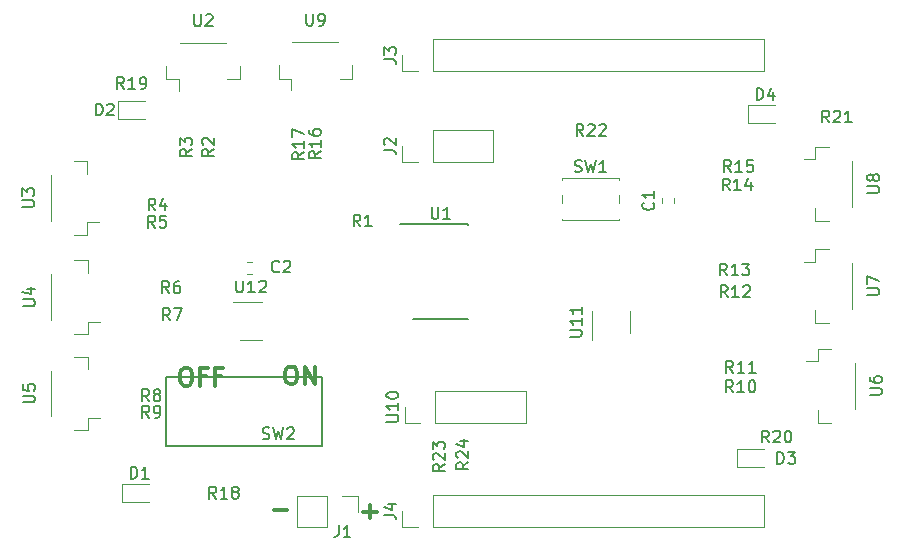
<source format=gbr>
G04 #@! TF.GenerationSoftware,KiCad,Pcbnew,5.0.0-rc2-dev-unknown-e0e0687~62~ubuntu16.04.1*
G04 #@! TF.CreationDate,2018-03-18T12:22:30+01:00*
G04 #@! TF.ProjectId,GhostSensorBoard,47686F737453656E736F72426F617264,rev?*
G04 #@! TF.SameCoordinates,Original*
G04 #@! TF.FileFunction,Legend,Top*
G04 #@! TF.FilePolarity,Positive*
%FSLAX46Y46*%
G04 Gerber Fmt 4.6, Leading zero omitted, Abs format (unit mm)*
G04 Created by KiCad (PCBNEW 5.0.0-rc2-dev-unknown-e0e0687~62~ubuntu16.04.1) date Sun Mar 18 12:22:30 2018*
%MOMM*%
%LPD*%
G01*
G04 APERTURE LIST*
%ADD10C,0.300000*%
%ADD11C,0.120000*%
%ADD12C,0.150000*%
G04 APERTURE END LIST*
D10*
X138778571Y-118957142D02*
X139921428Y-118957142D01*
X146378571Y-119057142D02*
X147521428Y-119057142D01*
X146950000Y-119628571D02*
X146950000Y-118485714D01*
X131221428Y-106878571D02*
X131507142Y-106878571D01*
X131650000Y-106950000D01*
X131792857Y-107092857D01*
X131864285Y-107378571D01*
X131864285Y-107878571D01*
X131792857Y-108164285D01*
X131650000Y-108307142D01*
X131507142Y-108378571D01*
X131221428Y-108378571D01*
X131078571Y-108307142D01*
X130935714Y-108164285D01*
X130864285Y-107878571D01*
X130864285Y-107378571D01*
X130935714Y-107092857D01*
X131078571Y-106950000D01*
X131221428Y-106878571D01*
X133007142Y-107592857D02*
X132507142Y-107592857D01*
X132507142Y-108378571D02*
X132507142Y-106878571D01*
X133221428Y-106878571D01*
X134292857Y-107592857D02*
X133792857Y-107592857D01*
X133792857Y-108378571D02*
X133792857Y-106878571D01*
X134507142Y-106878571D01*
X140121428Y-106778571D02*
X140407142Y-106778571D01*
X140550000Y-106850000D01*
X140692857Y-106992857D01*
X140764285Y-107278571D01*
X140764285Y-107778571D01*
X140692857Y-108064285D01*
X140550000Y-108207142D01*
X140407142Y-108278571D01*
X140121428Y-108278571D01*
X139978571Y-108207142D01*
X139835714Y-108064285D01*
X139764285Y-107778571D01*
X139764285Y-107278571D01*
X139835714Y-106992857D01*
X139978571Y-106850000D01*
X140121428Y-106778571D01*
X141407142Y-108278571D02*
X141407142Y-106778571D01*
X142264285Y-108278571D01*
X142264285Y-106778571D01*
D11*
X171690000Y-92945000D02*
X171690000Y-92505000D01*
X172710000Y-92945000D02*
X172710000Y-92505000D01*
X136970000Y-97890000D02*
X136530000Y-97890000D01*
X136970000Y-98910000D02*
X136530000Y-98910000D01*
X125930000Y-118210000D02*
X128200000Y-118210000D01*
X125930000Y-116690000D02*
X125930000Y-118210000D01*
X128200000Y-116690000D02*
X125930000Y-116690000D01*
X127875000Y-84290000D02*
X125605000Y-84290000D01*
X125605000Y-84290000D02*
X125605000Y-85810000D01*
X125605000Y-85810000D02*
X127875000Y-85810000D01*
X178030000Y-115260000D02*
X180300000Y-115260000D01*
X178030000Y-113740000D02*
X178030000Y-115260000D01*
X180300000Y-113740000D02*
X178030000Y-113740000D01*
X181200000Y-84640000D02*
X178930000Y-84640000D01*
X178930000Y-84640000D02*
X178930000Y-86160000D01*
X178930000Y-86160000D02*
X181200000Y-86160000D01*
X140730000Y-117720000D02*
X140730000Y-120380000D01*
X143330000Y-117720000D02*
X140730000Y-117720000D01*
X143330000Y-120380000D02*
X140730000Y-120380000D01*
X143330000Y-117720000D02*
X143330000Y-120380000D01*
X144600000Y-117720000D02*
X145930000Y-117720000D01*
X145930000Y-117720000D02*
X145930000Y-119050000D01*
X157380000Y-89430000D02*
X157380000Y-86770000D01*
X152240000Y-89430000D02*
X157380000Y-89430000D01*
X152240000Y-86770000D02*
X157380000Y-86770000D01*
X152240000Y-89430000D02*
X152240000Y-86770000D01*
X150970000Y-89430000D02*
X149640000Y-89430000D01*
X149640000Y-89430000D02*
X149640000Y-88100000D01*
X180280000Y-81730000D02*
X180280000Y-79070000D01*
X152280000Y-81730000D02*
X180280000Y-81730000D01*
X152280000Y-79070000D02*
X180280000Y-79070000D01*
X152280000Y-81730000D02*
X152280000Y-79070000D01*
X151010000Y-81730000D02*
X149680000Y-81730000D01*
X149680000Y-81730000D02*
X149680000Y-80400000D01*
X149680000Y-120330000D02*
X149680000Y-119000000D01*
X151010000Y-120330000D02*
X149680000Y-120330000D01*
X152280000Y-120330000D02*
X152280000Y-117670000D01*
X152280000Y-117670000D02*
X180280000Y-117670000D01*
X152280000Y-120330000D02*
X180280000Y-120330000D01*
X180280000Y-120330000D02*
X180280000Y-117670000D01*
X168050000Y-90850000D02*
X168050000Y-90950000D01*
X168050000Y-94350000D02*
X168050000Y-94250000D01*
X163150000Y-94250000D02*
X163150000Y-94350000D01*
X163150000Y-90850000D02*
X163150000Y-90950000D01*
X163150000Y-92250000D02*
X163150000Y-92950000D01*
X168050000Y-92250000D02*
X168050000Y-92950000D01*
X168050000Y-90850000D02*
X163150000Y-90850000D01*
X163150000Y-94350000D02*
X168050000Y-94350000D01*
D12*
X142875400Y-107956800D02*
X142875400Y-107956800D01*
X142875400Y-107677400D02*
X142875400Y-107956800D01*
X129692800Y-113468600D02*
X129692800Y-113468600D01*
X129692800Y-107677400D02*
X129692800Y-113468600D01*
X129692800Y-113265400D02*
X129692800Y-113265400D01*
X129692800Y-113468600D02*
X129692800Y-113265400D01*
X142875400Y-113468600D02*
X142875400Y-113062200D01*
X142875400Y-113468600D02*
X142875400Y-113468600D01*
X129692800Y-113468600D02*
X142875400Y-113468600D01*
X142875400Y-107677400D02*
X142875400Y-107677400D01*
X129692800Y-107677400D02*
X142875400Y-107677400D01*
X129692800Y-113290800D02*
X129692800Y-107931400D01*
X142875400Y-107906000D02*
X142875400Y-113290800D01*
X155225000Y-94725000D02*
X155225000Y-94750000D01*
X155225000Y-102775000D02*
X155225000Y-102750000D01*
X150575000Y-102775000D02*
X150575000Y-102750000D01*
X149500000Y-94675000D02*
X155225000Y-94675000D01*
X150575000Y-102775000D02*
X155225000Y-102775000D01*
D11*
X130860000Y-79340000D02*
X134740000Y-79340000D01*
X135910000Y-82460000D02*
X134860000Y-82460000D01*
X135910000Y-81310000D02*
X135910000Y-82460000D01*
X130740000Y-82460000D02*
X130740000Y-83450000D01*
X129690000Y-82460000D02*
X130740000Y-82460000D01*
X129690000Y-81310000D02*
X129690000Y-82460000D01*
X121860000Y-95610000D02*
X123010000Y-95610000D01*
X123010000Y-95610000D02*
X123010000Y-94560000D01*
X123010000Y-94560000D02*
X124000000Y-94560000D01*
X121860000Y-89390000D02*
X123010000Y-89390000D01*
X123010000Y-89390000D02*
X123010000Y-90440000D01*
X119890000Y-94440000D02*
X119890000Y-90560000D01*
X119940000Y-102840000D02*
X119940000Y-98960000D01*
X123060000Y-97790000D02*
X123060000Y-98840000D01*
X121910000Y-97790000D02*
X123060000Y-97790000D01*
X123060000Y-102960000D02*
X124050000Y-102960000D01*
X123060000Y-104010000D02*
X123060000Y-102960000D01*
X121910000Y-104010000D02*
X123060000Y-104010000D01*
X121910000Y-112160000D02*
X123060000Y-112160000D01*
X123060000Y-112160000D02*
X123060000Y-111110000D01*
X123060000Y-111110000D02*
X124050000Y-111110000D01*
X121910000Y-105940000D02*
X123060000Y-105940000D01*
X123060000Y-105940000D02*
X123060000Y-106990000D01*
X119940000Y-110990000D02*
X119940000Y-107110000D01*
X187960000Y-106460000D02*
X187960000Y-110340000D01*
X184840000Y-111510000D02*
X184840000Y-110460000D01*
X185990000Y-111510000D02*
X184840000Y-111510000D01*
X184840000Y-106340000D02*
X183850000Y-106340000D01*
X184840000Y-105290000D02*
X184840000Y-106340000D01*
X185990000Y-105290000D02*
X184840000Y-105290000D01*
X185790000Y-96840000D02*
X184640000Y-96840000D01*
X184640000Y-96840000D02*
X184640000Y-97890000D01*
X184640000Y-97890000D02*
X183650000Y-97890000D01*
X185790000Y-103060000D02*
X184640000Y-103060000D01*
X184640000Y-103060000D02*
X184640000Y-102010000D01*
X187760000Y-98010000D02*
X187760000Y-101890000D01*
X187760000Y-89360000D02*
X187760000Y-93240000D01*
X184640000Y-94410000D02*
X184640000Y-93360000D01*
X185790000Y-94410000D02*
X184640000Y-94410000D01*
X184640000Y-89240000D02*
X183650000Y-89240000D01*
X184640000Y-88190000D02*
X184640000Y-89240000D01*
X185790000Y-88190000D02*
X184640000Y-88190000D01*
X139190000Y-81260000D02*
X139190000Y-82410000D01*
X139190000Y-82410000D02*
X140240000Y-82410000D01*
X140240000Y-82410000D02*
X140240000Y-83400000D01*
X145410000Y-81260000D02*
X145410000Y-82410000D01*
X145410000Y-82410000D02*
X144360000Y-82410000D01*
X140360000Y-79290000D02*
X144240000Y-79290000D01*
X160150000Y-111530000D02*
X160150000Y-108870000D01*
X152470000Y-111530000D02*
X160150000Y-111530000D01*
X152470000Y-108870000D02*
X160150000Y-108870000D01*
X152470000Y-111530000D02*
X152470000Y-108870000D01*
X151200000Y-111530000D02*
X149870000Y-111530000D01*
X149870000Y-111530000D02*
X149870000Y-110200000D01*
X135950000Y-104560000D02*
X137750000Y-104560000D01*
X137750000Y-101340000D02*
X135300000Y-101340000D01*
X168910000Y-103900000D02*
X168910000Y-102100000D01*
X165690000Y-102100000D02*
X165690000Y-104550000D01*
D12*
X170907142Y-92891666D02*
X170954761Y-92939285D01*
X171002380Y-93082142D01*
X171002380Y-93177380D01*
X170954761Y-93320238D01*
X170859523Y-93415476D01*
X170764285Y-93463095D01*
X170573809Y-93510714D01*
X170430952Y-93510714D01*
X170240476Y-93463095D01*
X170145238Y-93415476D01*
X170050000Y-93320238D01*
X170002380Y-93177380D01*
X170002380Y-93082142D01*
X170050000Y-92939285D01*
X170097619Y-92891666D01*
X171002380Y-91939285D02*
X171002380Y-92510714D01*
X171002380Y-92225000D02*
X170002380Y-92225000D01*
X170145238Y-92320238D01*
X170240476Y-92415476D01*
X170288095Y-92510714D01*
X139233333Y-98707142D02*
X139185714Y-98754761D01*
X139042857Y-98802380D01*
X138947619Y-98802380D01*
X138804761Y-98754761D01*
X138709523Y-98659523D01*
X138661904Y-98564285D01*
X138614285Y-98373809D01*
X138614285Y-98230952D01*
X138661904Y-98040476D01*
X138709523Y-97945238D01*
X138804761Y-97850000D01*
X138947619Y-97802380D01*
X139042857Y-97802380D01*
X139185714Y-97850000D01*
X139233333Y-97897619D01*
X139614285Y-97897619D02*
X139661904Y-97850000D01*
X139757142Y-97802380D01*
X139995238Y-97802380D01*
X140090476Y-97850000D01*
X140138095Y-97897619D01*
X140185714Y-97992857D01*
X140185714Y-98088095D01*
X140138095Y-98230952D01*
X139566666Y-98802380D01*
X140185714Y-98802380D01*
X126661904Y-116252380D02*
X126661904Y-115252380D01*
X126900000Y-115252380D01*
X127042857Y-115300000D01*
X127138095Y-115395238D01*
X127185714Y-115490476D01*
X127233333Y-115680952D01*
X127233333Y-115823809D01*
X127185714Y-116014285D01*
X127138095Y-116109523D01*
X127042857Y-116204761D01*
X126900000Y-116252380D01*
X126661904Y-116252380D01*
X128185714Y-116252380D02*
X127614285Y-116252380D01*
X127900000Y-116252380D02*
X127900000Y-115252380D01*
X127804761Y-115395238D01*
X127709523Y-115490476D01*
X127614285Y-115538095D01*
X123711904Y-85502380D02*
X123711904Y-84502380D01*
X123950000Y-84502380D01*
X124092857Y-84550000D01*
X124188095Y-84645238D01*
X124235714Y-84740476D01*
X124283333Y-84930952D01*
X124283333Y-85073809D01*
X124235714Y-85264285D01*
X124188095Y-85359523D01*
X124092857Y-85454761D01*
X123950000Y-85502380D01*
X123711904Y-85502380D01*
X124664285Y-84597619D02*
X124711904Y-84550000D01*
X124807142Y-84502380D01*
X125045238Y-84502380D01*
X125140476Y-84550000D01*
X125188095Y-84597619D01*
X125235714Y-84692857D01*
X125235714Y-84788095D01*
X125188095Y-84930952D01*
X124616666Y-85502380D01*
X125235714Y-85502380D01*
X181411904Y-115002380D02*
X181411904Y-114002380D01*
X181650000Y-114002380D01*
X181792857Y-114050000D01*
X181888095Y-114145238D01*
X181935714Y-114240476D01*
X181983333Y-114430952D01*
X181983333Y-114573809D01*
X181935714Y-114764285D01*
X181888095Y-114859523D01*
X181792857Y-114954761D01*
X181650000Y-115002380D01*
X181411904Y-115002380D01*
X182316666Y-114002380D02*
X182935714Y-114002380D01*
X182602380Y-114383333D01*
X182745238Y-114383333D01*
X182840476Y-114430952D01*
X182888095Y-114478571D01*
X182935714Y-114573809D01*
X182935714Y-114811904D01*
X182888095Y-114907142D01*
X182840476Y-114954761D01*
X182745238Y-115002380D01*
X182459523Y-115002380D01*
X182364285Y-114954761D01*
X182316666Y-114907142D01*
X179661904Y-84202380D02*
X179661904Y-83202380D01*
X179900000Y-83202380D01*
X180042857Y-83250000D01*
X180138095Y-83345238D01*
X180185714Y-83440476D01*
X180233333Y-83630952D01*
X180233333Y-83773809D01*
X180185714Y-83964285D01*
X180138095Y-84059523D01*
X180042857Y-84154761D01*
X179900000Y-84202380D01*
X179661904Y-84202380D01*
X181090476Y-83535714D02*
X181090476Y-84202380D01*
X180852380Y-83154761D02*
X180614285Y-83869047D01*
X181233333Y-83869047D01*
X144266666Y-120202380D02*
X144266666Y-120916666D01*
X144219047Y-121059523D01*
X144123809Y-121154761D01*
X143980952Y-121202380D01*
X143885714Y-121202380D01*
X145266666Y-121202380D02*
X144695238Y-121202380D01*
X144980952Y-121202380D02*
X144980952Y-120202380D01*
X144885714Y-120345238D01*
X144790476Y-120440476D01*
X144695238Y-120488095D01*
X148092380Y-88433333D02*
X148806666Y-88433333D01*
X148949523Y-88480952D01*
X149044761Y-88576190D01*
X149092380Y-88719047D01*
X149092380Y-88814285D01*
X148187619Y-88004761D02*
X148140000Y-87957142D01*
X148092380Y-87861904D01*
X148092380Y-87623809D01*
X148140000Y-87528571D01*
X148187619Y-87480952D01*
X148282857Y-87433333D01*
X148378095Y-87433333D01*
X148520952Y-87480952D01*
X149092380Y-88052380D01*
X149092380Y-87433333D01*
X148132380Y-80733333D02*
X148846666Y-80733333D01*
X148989523Y-80780952D01*
X149084761Y-80876190D01*
X149132380Y-81019047D01*
X149132380Y-81114285D01*
X148132380Y-80352380D02*
X148132380Y-79733333D01*
X148513333Y-80066666D01*
X148513333Y-79923809D01*
X148560952Y-79828571D01*
X148608571Y-79780952D01*
X148703809Y-79733333D01*
X148941904Y-79733333D01*
X149037142Y-79780952D01*
X149084761Y-79828571D01*
X149132380Y-79923809D01*
X149132380Y-80209523D01*
X149084761Y-80304761D01*
X149037142Y-80352380D01*
X148132380Y-119333333D02*
X148846666Y-119333333D01*
X148989523Y-119380952D01*
X149084761Y-119476190D01*
X149132380Y-119619047D01*
X149132380Y-119714285D01*
X148465714Y-118428571D02*
X149132380Y-118428571D01*
X148084761Y-118666666D02*
X148799047Y-118904761D01*
X148799047Y-118285714D01*
X146120833Y-94902380D02*
X145787500Y-94426190D01*
X145549404Y-94902380D02*
X145549404Y-93902380D01*
X145930357Y-93902380D01*
X146025595Y-93950000D01*
X146073214Y-93997619D01*
X146120833Y-94092857D01*
X146120833Y-94235714D01*
X146073214Y-94330952D01*
X146025595Y-94378571D01*
X145930357Y-94426190D01*
X145549404Y-94426190D01*
X147073214Y-94902380D02*
X146501785Y-94902380D01*
X146787500Y-94902380D02*
X146787500Y-93902380D01*
X146692261Y-94045238D01*
X146597023Y-94140476D01*
X146501785Y-94188095D01*
X133702380Y-88354166D02*
X133226190Y-88687500D01*
X133702380Y-88925595D02*
X132702380Y-88925595D01*
X132702380Y-88544642D01*
X132750000Y-88449404D01*
X132797619Y-88401785D01*
X132892857Y-88354166D01*
X133035714Y-88354166D01*
X133130952Y-88401785D01*
X133178571Y-88449404D01*
X133226190Y-88544642D01*
X133226190Y-88925595D01*
X132797619Y-87973214D02*
X132750000Y-87925595D01*
X132702380Y-87830357D01*
X132702380Y-87592261D01*
X132750000Y-87497023D01*
X132797619Y-87449404D01*
X132892857Y-87401785D01*
X132988095Y-87401785D01*
X133130952Y-87449404D01*
X133702380Y-88020833D01*
X133702380Y-87401785D01*
X131852380Y-88366666D02*
X131376190Y-88700000D01*
X131852380Y-88938095D02*
X130852380Y-88938095D01*
X130852380Y-88557142D01*
X130900000Y-88461904D01*
X130947619Y-88414285D01*
X131042857Y-88366666D01*
X131185714Y-88366666D01*
X131280952Y-88414285D01*
X131328571Y-88461904D01*
X131376190Y-88557142D01*
X131376190Y-88938095D01*
X130852380Y-88033333D02*
X130852380Y-87414285D01*
X131233333Y-87747619D01*
X131233333Y-87604761D01*
X131280952Y-87509523D01*
X131328571Y-87461904D01*
X131423809Y-87414285D01*
X131661904Y-87414285D01*
X131757142Y-87461904D01*
X131804761Y-87509523D01*
X131852380Y-87604761D01*
X131852380Y-87890476D01*
X131804761Y-87985714D01*
X131757142Y-88033333D01*
X128758333Y-93552380D02*
X128425000Y-93076190D01*
X128186904Y-93552380D02*
X128186904Y-92552380D01*
X128567857Y-92552380D01*
X128663095Y-92600000D01*
X128710714Y-92647619D01*
X128758333Y-92742857D01*
X128758333Y-92885714D01*
X128710714Y-92980952D01*
X128663095Y-93028571D01*
X128567857Y-93076190D01*
X128186904Y-93076190D01*
X129615476Y-92885714D02*
X129615476Y-93552380D01*
X129377380Y-92504761D02*
X129139285Y-93219047D01*
X129758333Y-93219047D01*
X128745833Y-95002380D02*
X128412500Y-94526190D01*
X128174404Y-95002380D02*
X128174404Y-94002380D01*
X128555357Y-94002380D01*
X128650595Y-94050000D01*
X128698214Y-94097619D01*
X128745833Y-94192857D01*
X128745833Y-94335714D01*
X128698214Y-94430952D01*
X128650595Y-94478571D01*
X128555357Y-94526190D01*
X128174404Y-94526190D01*
X129650595Y-94002380D02*
X129174404Y-94002380D01*
X129126785Y-94478571D01*
X129174404Y-94430952D01*
X129269642Y-94383333D01*
X129507738Y-94383333D01*
X129602976Y-94430952D01*
X129650595Y-94478571D01*
X129698214Y-94573809D01*
X129698214Y-94811904D01*
X129650595Y-94907142D01*
X129602976Y-94954761D01*
X129507738Y-95002380D01*
X129269642Y-95002380D01*
X129174404Y-94954761D01*
X129126785Y-94907142D01*
X129933333Y-100552380D02*
X129600000Y-100076190D01*
X129361904Y-100552380D02*
X129361904Y-99552380D01*
X129742857Y-99552380D01*
X129838095Y-99600000D01*
X129885714Y-99647619D01*
X129933333Y-99742857D01*
X129933333Y-99885714D01*
X129885714Y-99980952D01*
X129838095Y-100028571D01*
X129742857Y-100076190D01*
X129361904Y-100076190D01*
X130790476Y-99552380D02*
X130600000Y-99552380D01*
X130504761Y-99600000D01*
X130457142Y-99647619D01*
X130361904Y-99790476D01*
X130314285Y-99980952D01*
X130314285Y-100361904D01*
X130361904Y-100457142D01*
X130409523Y-100504761D01*
X130504761Y-100552380D01*
X130695238Y-100552380D01*
X130790476Y-100504761D01*
X130838095Y-100457142D01*
X130885714Y-100361904D01*
X130885714Y-100123809D01*
X130838095Y-100028571D01*
X130790476Y-99980952D01*
X130695238Y-99933333D01*
X130504761Y-99933333D01*
X130409523Y-99980952D01*
X130361904Y-100028571D01*
X130314285Y-100123809D01*
X129983333Y-102852380D02*
X129650000Y-102376190D01*
X129411904Y-102852380D02*
X129411904Y-101852380D01*
X129792857Y-101852380D01*
X129888095Y-101900000D01*
X129935714Y-101947619D01*
X129983333Y-102042857D01*
X129983333Y-102185714D01*
X129935714Y-102280952D01*
X129888095Y-102328571D01*
X129792857Y-102376190D01*
X129411904Y-102376190D01*
X130316666Y-101852380D02*
X130983333Y-101852380D01*
X130554761Y-102852380D01*
X128233333Y-109702380D02*
X127900000Y-109226190D01*
X127661904Y-109702380D02*
X127661904Y-108702380D01*
X128042857Y-108702380D01*
X128138095Y-108750000D01*
X128185714Y-108797619D01*
X128233333Y-108892857D01*
X128233333Y-109035714D01*
X128185714Y-109130952D01*
X128138095Y-109178571D01*
X128042857Y-109226190D01*
X127661904Y-109226190D01*
X128804761Y-109130952D02*
X128709523Y-109083333D01*
X128661904Y-109035714D01*
X128614285Y-108940476D01*
X128614285Y-108892857D01*
X128661904Y-108797619D01*
X128709523Y-108750000D01*
X128804761Y-108702380D01*
X128995238Y-108702380D01*
X129090476Y-108750000D01*
X129138095Y-108797619D01*
X129185714Y-108892857D01*
X129185714Y-108940476D01*
X129138095Y-109035714D01*
X129090476Y-109083333D01*
X128995238Y-109130952D01*
X128804761Y-109130952D01*
X128709523Y-109178571D01*
X128661904Y-109226190D01*
X128614285Y-109321428D01*
X128614285Y-109511904D01*
X128661904Y-109607142D01*
X128709523Y-109654761D01*
X128804761Y-109702380D01*
X128995238Y-109702380D01*
X129090476Y-109654761D01*
X129138095Y-109607142D01*
X129185714Y-109511904D01*
X129185714Y-109321428D01*
X129138095Y-109226190D01*
X129090476Y-109178571D01*
X128995238Y-109130952D01*
X128233333Y-111102380D02*
X127900000Y-110626190D01*
X127661904Y-111102380D02*
X127661904Y-110102380D01*
X128042857Y-110102380D01*
X128138095Y-110150000D01*
X128185714Y-110197619D01*
X128233333Y-110292857D01*
X128233333Y-110435714D01*
X128185714Y-110530952D01*
X128138095Y-110578571D01*
X128042857Y-110626190D01*
X127661904Y-110626190D01*
X128709523Y-111102380D02*
X128900000Y-111102380D01*
X128995238Y-111054761D01*
X129042857Y-111007142D01*
X129138095Y-110864285D01*
X129185714Y-110673809D01*
X129185714Y-110292857D01*
X129138095Y-110197619D01*
X129090476Y-110150000D01*
X128995238Y-110102380D01*
X128804761Y-110102380D01*
X128709523Y-110150000D01*
X128661904Y-110197619D01*
X128614285Y-110292857D01*
X128614285Y-110530952D01*
X128661904Y-110626190D01*
X128709523Y-110673809D01*
X128804761Y-110721428D01*
X128995238Y-110721428D01*
X129090476Y-110673809D01*
X129138095Y-110626190D01*
X129185714Y-110530952D01*
X177657142Y-108952380D02*
X177323809Y-108476190D01*
X177085714Y-108952380D02*
X177085714Y-107952380D01*
X177466666Y-107952380D01*
X177561904Y-108000000D01*
X177609523Y-108047619D01*
X177657142Y-108142857D01*
X177657142Y-108285714D01*
X177609523Y-108380952D01*
X177561904Y-108428571D01*
X177466666Y-108476190D01*
X177085714Y-108476190D01*
X178609523Y-108952380D02*
X178038095Y-108952380D01*
X178323809Y-108952380D02*
X178323809Y-107952380D01*
X178228571Y-108095238D01*
X178133333Y-108190476D01*
X178038095Y-108238095D01*
X179228571Y-107952380D02*
X179323809Y-107952380D01*
X179419047Y-108000000D01*
X179466666Y-108047619D01*
X179514285Y-108142857D01*
X179561904Y-108333333D01*
X179561904Y-108571428D01*
X179514285Y-108761904D01*
X179466666Y-108857142D01*
X179419047Y-108904761D01*
X179323809Y-108952380D01*
X179228571Y-108952380D01*
X179133333Y-108904761D01*
X179085714Y-108857142D01*
X179038095Y-108761904D01*
X178990476Y-108571428D01*
X178990476Y-108333333D01*
X179038095Y-108142857D01*
X179085714Y-108047619D01*
X179133333Y-108000000D01*
X179228571Y-107952380D01*
X177669642Y-107302380D02*
X177336309Y-106826190D01*
X177098214Y-107302380D02*
X177098214Y-106302380D01*
X177479166Y-106302380D01*
X177574404Y-106350000D01*
X177622023Y-106397619D01*
X177669642Y-106492857D01*
X177669642Y-106635714D01*
X177622023Y-106730952D01*
X177574404Y-106778571D01*
X177479166Y-106826190D01*
X177098214Y-106826190D01*
X178622023Y-107302380D02*
X178050595Y-107302380D01*
X178336309Y-107302380D02*
X178336309Y-106302380D01*
X178241071Y-106445238D01*
X178145833Y-106540476D01*
X178050595Y-106588095D01*
X179574404Y-107302380D02*
X179002976Y-107302380D01*
X179288690Y-107302380D02*
X179288690Y-106302380D01*
X179193452Y-106445238D01*
X179098214Y-106540476D01*
X179002976Y-106588095D01*
X177207142Y-100902380D02*
X176873809Y-100426190D01*
X176635714Y-100902380D02*
X176635714Y-99902380D01*
X177016666Y-99902380D01*
X177111904Y-99950000D01*
X177159523Y-99997619D01*
X177207142Y-100092857D01*
X177207142Y-100235714D01*
X177159523Y-100330952D01*
X177111904Y-100378571D01*
X177016666Y-100426190D01*
X176635714Y-100426190D01*
X178159523Y-100902380D02*
X177588095Y-100902380D01*
X177873809Y-100902380D02*
X177873809Y-99902380D01*
X177778571Y-100045238D01*
X177683333Y-100140476D01*
X177588095Y-100188095D01*
X178540476Y-99997619D02*
X178588095Y-99950000D01*
X178683333Y-99902380D01*
X178921428Y-99902380D01*
X179016666Y-99950000D01*
X179064285Y-99997619D01*
X179111904Y-100092857D01*
X179111904Y-100188095D01*
X179064285Y-100330952D01*
X178492857Y-100902380D01*
X179111904Y-100902380D01*
X177157142Y-99052380D02*
X176823809Y-98576190D01*
X176585714Y-99052380D02*
X176585714Y-98052380D01*
X176966666Y-98052380D01*
X177061904Y-98100000D01*
X177109523Y-98147619D01*
X177157142Y-98242857D01*
X177157142Y-98385714D01*
X177109523Y-98480952D01*
X177061904Y-98528571D01*
X176966666Y-98576190D01*
X176585714Y-98576190D01*
X178109523Y-99052380D02*
X177538095Y-99052380D01*
X177823809Y-99052380D02*
X177823809Y-98052380D01*
X177728571Y-98195238D01*
X177633333Y-98290476D01*
X177538095Y-98338095D01*
X178442857Y-98052380D02*
X179061904Y-98052380D01*
X178728571Y-98433333D01*
X178871428Y-98433333D01*
X178966666Y-98480952D01*
X179014285Y-98528571D01*
X179061904Y-98623809D01*
X179061904Y-98861904D01*
X179014285Y-98957142D01*
X178966666Y-99004761D01*
X178871428Y-99052380D01*
X178585714Y-99052380D01*
X178490476Y-99004761D01*
X178442857Y-98957142D01*
X177369642Y-91852380D02*
X177036309Y-91376190D01*
X176798214Y-91852380D02*
X176798214Y-90852380D01*
X177179166Y-90852380D01*
X177274404Y-90900000D01*
X177322023Y-90947619D01*
X177369642Y-91042857D01*
X177369642Y-91185714D01*
X177322023Y-91280952D01*
X177274404Y-91328571D01*
X177179166Y-91376190D01*
X176798214Y-91376190D01*
X178322023Y-91852380D02*
X177750595Y-91852380D01*
X178036309Y-91852380D02*
X178036309Y-90852380D01*
X177941071Y-90995238D01*
X177845833Y-91090476D01*
X177750595Y-91138095D01*
X179179166Y-91185714D02*
X179179166Y-91852380D01*
X178941071Y-90804761D02*
X178702976Y-91519047D01*
X179322023Y-91519047D01*
X177494642Y-90302380D02*
X177161309Y-89826190D01*
X176923214Y-90302380D02*
X176923214Y-89302380D01*
X177304166Y-89302380D01*
X177399404Y-89350000D01*
X177447023Y-89397619D01*
X177494642Y-89492857D01*
X177494642Y-89635714D01*
X177447023Y-89730952D01*
X177399404Y-89778571D01*
X177304166Y-89826190D01*
X176923214Y-89826190D01*
X178447023Y-90302380D02*
X177875595Y-90302380D01*
X178161309Y-90302380D02*
X178161309Y-89302380D01*
X178066071Y-89445238D01*
X177970833Y-89540476D01*
X177875595Y-89588095D01*
X179351785Y-89302380D02*
X178875595Y-89302380D01*
X178827976Y-89778571D01*
X178875595Y-89730952D01*
X178970833Y-89683333D01*
X179208928Y-89683333D01*
X179304166Y-89730952D01*
X179351785Y-89778571D01*
X179399404Y-89873809D01*
X179399404Y-90111904D01*
X179351785Y-90207142D01*
X179304166Y-90254761D01*
X179208928Y-90302380D01*
X178970833Y-90302380D01*
X178875595Y-90254761D01*
X178827976Y-90207142D01*
X142752380Y-88555357D02*
X142276190Y-88888690D01*
X142752380Y-89126785D02*
X141752380Y-89126785D01*
X141752380Y-88745833D01*
X141800000Y-88650595D01*
X141847619Y-88602976D01*
X141942857Y-88555357D01*
X142085714Y-88555357D01*
X142180952Y-88602976D01*
X142228571Y-88650595D01*
X142276190Y-88745833D01*
X142276190Y-89126785D01*
X142752380Y-87602976D02*
X142752380Y-88174404D01*
X142752380Y-87888690D02*
X141752380Y-87888690D01*
X141895238Y-87983928D01*
X141990476Y-88079166D01*
X142038095Y-88174404D01*
X141752380Y-86745833D02*
X141752380Y-86936309D01*
X141800000Y-87031547D01*
X141847619Y-87079166D01*
X141990476Y-87174404D01*
X142180952Y-87222023D01*
X142561904Y-87222023D01*
X142657142Y-87174404D01*
X142704761Y-87126785D01*
X142752380Y-87031547D01*
X142752380Y-86841071D01*
X142704761Y-86745833D01*
X142657142Y-86698214D01*
X142561904Y-86650595D01*
X142323809Y-86650595D01*
X142228571Y-86698214D01*
X142180952Y-86745833D01*
X142133333Y-86841071D01*
X142133333Y-87031547D01*
X142180952Y-87126785D01*
X142228571Y-87174404D01*
X142323809Y-87222023D01*
X141352380Y-88630357D02*
X140876190Y-88963690D01*
X141352380Y-89201785D02*
X140352380Y-89201785D01*
X140352380Y-88820833D01*
X140400000Y-88725595D01*
X140447619Y-88677976D01*
X140542857Y-88630357D01*
X140685714Y-88630357D01*
X140780952Y-88677976D01*
X140828571Y-88725595D01*
X140876190Y-88820833D01*
X140876190Y-89201785D01*
X141352380Y-87677976D02*
X141352380Y-88249404D01*
X141352380Y-87963690D02*
X140352380Y-87963690D01*
X140495238Y-88058928D01*
X140590476Y-88154166D01*
X140638095Y-88249404D01*
X140352380Y-87344642D02*
X140352380Y-86677976D01*
X141352380Y-87106547D01*
X133907142Y-117952380D02*
X133573809Y-117476190D01*
X133335714Y-117952380D02*
X133335714Y-116952380D01*
X133716666Y-116952380D01*
X133811904Y-117000000D01*
X133859523Y-117047619D01*
X133907142Y-117142857D01*
X133907142Y-117285714D01*
X133859523Y-117380952D01*
X133811904Y-117428571D01*
X133716666Y-117476190D01*
X133335714Y-117476190D01*
X134859523Y-117952380D02*
X134288095Y-117952380D01*
X134573809Y-117952380D02*
X134573809Y-116952380D01*
X134478571Y-117095238D01*
X134383333Y-117190476D01*
X134288095Y-117238095D01*
X135430952Y-117380952D02*
X135335714Y-117333333D01*
X135288095Y-117285714D01*
X135240476Y-117190476D01*
X135240476Y-117142857D01*
X135288095Y-117047619D01*
X135335714Y-117000000D01*
X135430952Y-116952380D01*
X135621428Y-116952380D01*
X135716666Y-117000000D01*
X135764285Y-117047619D01*
X135811904Y-117142857D01*
X135811904Y-117190476D01*
X135764285Y-117285714D01*
X135716666Y-117333333D01*
X135621428Y-117380952D01*
X135430952Y-117380952D01*
X135335714Y-117428571D01*
X135288095Y-117476190D01*
X135240476Y-117571428D01*
X135240476Y-117761904D01*
X135288095Y-117857142D01*
X135335714Y-117904761D01*
X135430952Y-117952380D01*
X135621428Y-117952380D01*
X135716666Y-117904761D01*
X135764285Y-117857142D01*
X135811904Y-117761904D01*
X135811904Y-117571428D01*
X135764285Y-117476190D01*
X135716666Y-117428571D01*
X135621428Y-117380952D01*
X126094642Y-83252380D02*
X125761309Y-82776190D01*
X125523214Y-83252380D02*
X125523214Y-82252380D01*
X125904166Y-82252380D01*
X125999404Y-82300000D01*
X126047023Y-82347619D01*
X126094642Y-82442857D01*
X126094642Y-82585714D01*
X126047023Y-82680952D01*
X125999404Y-82728571D01*
X125904166Y-82776190D01*
X125523214Y-82776190D01*
X127047023Y-83252380D02*
X126475595Y-83252380D01*
X126761309Y-83252380D02*
X126761309Y-82252380D01*
X126666071Y-82395238D01*
X126570833Y-82490476D01*
X126475595Y-82538095D01*
X127523214Y-83252380D02*
X127713690Y-83252380D01*
X127808928Y-83204761D01*
X127856547Y-83157142D01*
X127951785Y-83014285D01*
X127999404Y-82823809D01*
X127999404Y-82442857D01*
X127951785Y-82347619D01*
X127904166Y-82300000D01*
X127808928Y-82252380D01*
X127618452Y-82252380D01*
X127523214Y-82300000D01*
X127475595Y-82347619D01*
X127427976Y-82442857D01*
X127427976Y-82680952D01*
X127475595Y-82776190D01*
X127523214Y-82823809D01*
X127618452Y-82871428D01*
X127808928Y-82871428D01*
X127904166Y-82823809D01*
X127951785Y-82776190D01*
X127999404Y-82680952D01*
X180707142Y-113202380D02*
X180373809Y-112726190D01*
X180135714Y-113202380D02*
X180135714Y-112202380D01*
X180516666Y-112202380D01*
X180611904Y-112250000D01*
X180659523Y-112297619D01*
X180707142Y-112392857D01*
X180707142Y-112535714D01*
X180659523Y-112630952D01*
X180611904Y-112678571D01*
X180516666Y-112726190D01*
X180135714Y-112726190D01*
X181088095Y-112297619D02*
X181135714Y-112250000D01*
X181230952Y-112202380D01*
X181469047Y-112202380D01*
X181564285Y-112250000D01*
X181611904Y-112297619D01*
X181659523Y-112392857D01*
X181659523Y-112488095D01*
X181611904Y-112630952D01*
X181040476Y-113202380D01*
X181659523Y-113202380D01*
X182278571Y-112202380D02*
X182373809Y-112202380D01*
X182469047Y-112250000D01*
X182516666Y-112297619D01*
X182564285Y-112392857D01*
X182611904Y-112583333D01*
X182611904Y-112821428D01*
X182564285Y-113011904D01*
X182516666Y-113107142D01*
X182469047Y-113154761D01*
X182373809Y-113202380D01*
X182278571Y-113202380D01*
X182183333Y-113154761D01*
X182135714Y-113107142D01*
X182088095Y-113011904D01*
X182040476Y-112821428D01*
X182040476Y-112583333D01*
X182088095Y-112392857D01*
X182135714Y-112297619D01*
X182183333Y-112250000D01*
X182278571Y-112202380D01*
X185807142Y-86102380D02*
X185473809Y-85626190D01*
X185235714Y-86102380D02*
X185235714Y-85102380D01*
X185616666Y-85102380D01*
X185711904Y-85150000D01*
X185759523Y-85197619D01*
X185807142Y-85292857D01*
X185807142Y-85435714D01*
X185759523Y-85530952D01*
X185711904Y-85578571D01*
X185616666Y-85626190D01*
X185235714Y-85626190D01*
X186188095Y-85197619D02*
X186235714Y-85150000D01*
X186330952Y-85102380D01*
X186569047Y-85102380D01*
X186664285Y-85150000D01*
X186711904Y-85197619D01*
X186759523Y-85292857D01*
X186759523Y-85388095D01*
X186711904Y-85530952D01*
X186140476Y-86102380D01*
X186759523Y-86102380D01*
X187711904Y-86102380D02*
X187140476Y-86102380D01*
X187426190Y-86102380D02*
X187426190Y-85102380D01*
X187330952Y-85245238D01*
X187235714Y-85340476D01*
X187140476Y-85388095D01*
X164994642Y-87252380D02*
X164661309Y-86776190D01*
X164423214Y-87252380D02*
X164423214Y-86252380D01*
X164804166Y-86252380D01*
X164899404Y-86300000D01*
X164947023Y-86347619D01*
X164994642Y-86442857D01*
X164994642Y-86585714D01*
X164947023Y-86680952D01*
X164899404Y-86728571D01*
X164804166Y-86776190D01*
X164423214Y-86776190D01*
X165375595Y-86347619D02*
X165423214Y-86300000D01*
X165518452Y-86252380D01*
X165756547Y-86252380D01*
X165851785Y-86300000D01*
X165899404Y-86347619D01*
X165947023Y-86442857D01*
X165947023Y-86538095D01*
X165899404Y-86680952D01*
X165327976Y-87252380D01*
X165947023Y-87252380D01*
X166327976Y-86347619D02*
X166375595Y-86300000D01*
X166470833Y-86252380D01*
X166708928Y-86252380D01*
X166804166Y-86300000D01*
X166851785Y-86347619D01*
X166899404Y-86442857D01*
X166899404Y-86538095D01*
X166851785Y-86680952D01*
X166280357Y-87252380D01*
X166899404Y-87252380D01*
X153252380Y-115042857D02*
X152776190Y-115376190D01*
X153252380Y-115614285D02*
X152252380Y-115614285D01*
X152252380Y-115233333D01*
X152300000Y-115138095D01*
X152347619Y-115090476D01*
X152442857Y-115042857D01*
X152585714Y-115042857D01*
X152680952Y-115090476D01*
X152728571Y-115138095D01*
X152776190Y-115233333D01*
X152776190Y-115614285D01*
X152347619Y-114661904D02*
X152300000Y-114614285D01*
X152252380Y-114519047D01*
X152252380Y-114280952D01*
X152300000Y-114185714D01*
X152347619Y-114138095D01*
X152442857Y-114090476D01*
X152538095Y-114090476D01*
X152680952Y-114138095D01*
X153252380Y-114709523D01*
X153252380Y-114090476D01*
X152252380Y-113757142D02*
X152252380Y-113138095D01*
X152633333Y-113471428D01*
X152633333Y-113328571D01*
X152680952Y-113233333D01*
X152728571Y-113185714D01*
X152823809Y-113138095D01*
X153061904Y-113138095D01*
X153157142Y-113185714D01*
X153204761Y-113233333D01*
X153252380Y-113328571D01*
X153252380Y-113614285D01*
X153204761Y-113709523D01*
X153157142Y-113757142D01*
X155252380Y-114880357D02*
X154776190Y-115213690D01*
X155252380Y-115451785D02*
X154252380Y-115451785D01*
X154252380Y-115070833D01*
X154300000Y-114975595D01*
X154347619Y-114927976D01*
X154442857Y-114880357D01*
X154585714Y-114880357D01*
X154680952Y-114927976D01*
X154728571Y-114975595D01*
X154776190Y-115070833D01*
X154776190Y-115451785D01*
X154347619Y-114499404D02*
X154300000Y-114451785D01*
X154252380Y-114356547D01*
X154252380Y-114118452D01*
X154300000Y-114023214D01*
X154347619Y-113975595D01*
X154442857Y-113927976D01*
X154538095Y-113927976D01*
X154680952Y-113975595D01*
X155252380Y-114547023D01*
X155252380Y-113927976D01*
X154585714Y-113070833D02*
X155252380Y-113070833D01*
X154204761Y-113308928D02*
X154919047Y-113547023D01*
X154919047Y-112927976D01*
X164266666Y-90254761D02*
X164409523Y-90302380D01*
X164647619Y-90302380D01*
X164742857Y-90254761D01*
X164790476Y-90207142D01*
X164838095Y-90111904D01*
X164838095Y-90016666D01*
X164790476Y-89921428D01*
X164742857Y-89873809D01*
X164647619Y-89826190D01*
X164457142Y-89778571D01*
X164361904Y-89730952D01*
X164314285Y-89683333D01*
X164266666Y-89588095D01*
X164266666Y-89492857D01*
X164314285Y-89397619D01*
X164361904Y-89350000D01*
X164457142Y-89302380D01*
X164695238Y-89302380D01*
X164838095Y-89350000D01*
X165171428Y-89302380D02*
X165409523Y-90302380D01*
X165600000Y-89588095D01*
X165790476Y-90302380D01*
X166028571Y-89302380D01*
X166933333Y-90302380D02*
X166361904Y-90302380D01*
X166647619Y-90302380D02*
X166647619Y-89302380D01*
X166552380Y-89445238D01*
X166457142Y-89540476D01*
X166361904Y-89588095D01*
X137833666Y-112882761D02*
X137976523Y-112930380D01*
X138214619Y-112930380D01*
X138309857Y-112882761D01*
X138357476Y-112835142D01*
X138405095Y-112739904D01*
X138405095Y-112644666D01*
X138357476Y-112549428D01*
X138309857Y-112501809D01*
X138214619Y-112454190D01*
X138024142Y-112406571D01*
X137928904Y-112358952D01*
X137881285Y-112311333D01*
X137833666Y-112216095D01*
X137833666Y-112120857D01*
X137881285Y-112025619D01*
X137928904Y-111978000D01*
X138024142Y-111930380D01*
X138262238Y-111930380D01*
X138405095Y-111978000D01*
X138738428Y-111930380D02*
X138976523Y-112930380D01*
X139167000Y-112216095D01*
X139357476Y-112930380D01*
X139595571Y-111930380D01*
X139928904Y-112025619D02*
X139976523Y-111978000D01*
X140071761Y-111930380D01*
X140309857Y-111930380D01*
X140405095Y-111978000D01*
X140452714Y-112025619D01*
X140500333Y-112120857D01*
X140500333Y-112216095D01*
X140452714Y-112358952D01*
X139881285Y-112930380D01*
X140500333Y-112930380D01*
X152138095Y-93252380D02*
X152138095Y-94061904D01*
X152185714Y-94157142D01*
X152233333Y-94204761D01*
X152328571Y-94252380D01*
X152519047Y-94252380D01*
X152614285Y-94204761D01*
X152661904Y-94157142D01*
X152709523Y-94061904D01*
X152709523Y-93252380D01*
X153709523Y-94252380D02*
X153138095Y-94252380D01*
X153423809Y-94252380D02*
X153423809Y-93252380D01*
X153328571Y-93395238D01*
X153233333Y-93490476D01*
X153138095Y-93538095D01*
X132038095Y-76952380D02*
X132038095Y-77761904D01*
X132085714Y-77857142D01*
X132133333Y-77904761D01*
X132228571Y-77952380D01*
X132419047Y-77952380D01*
X132514285Y-77904761D01*
X132561904Y-77857142D01*
X132609523Y-77761904D01*
X132609523Y-76952380D01*
X133038095Y-77047619D02*
X133085714Y-77000000D01*
X133180952Y-76952380D01*
X133419047Y-76952380D01*
X133514285Y-77000000D01*
X133561904Y-77047619D01*
X133609523Y-77142857D01*
X133609523Y-77238095D01*
X133561904Y-77380952D01*
X132990476Y-77952380D01*
X133609523Y-77952380D01*
X117502380Y-93261904D02*
X118311904Y-93261904D01*
X118407142Y-93214285D01*
X118454761Y-93166666D01*
X118502380Y-93071428D01*
X118502380Y-92880952D01*
X118454761Y-92785714D01*
X118407142Y-92738095D01*
X118311904Y-92690476D01*
X117502380Y-92690476D01*
X117502380Y-92309523D02*
X117502380Y-91690476D01*
X117883333Y-92023809D01*
X117883333Y-91880952D01*
X117930952Y-91785714D01*
X117978571Y-91738095D01*
X118073809Y-91690476D01*
X118311904Y-91690476D01*
X118407142Y-91738095D01*
X118454761Y-91785714D01*
X118502380Y-91880952D01*
X118502380Y-92166666D01*
X118454761Y-92261904D01*
X118407142Y-92309523D01*
X117552380Y-101661904D02*
X118361904Y-101661904D01*
X118457142Y-101614285D01*
X118504761Y-101566666D01*
X118552380Y-101471428D01*
X118552380Y-101280952D01*
X118504761Y-101185714D01*
X118457142Y-101138095D01*
X118361904Y-101090476D01*
X117552380Y-101090476D01*
X117885714Y-100185714D02*
X118552380Y-100185714D01*
X117504761Y-100423809D02*
X118219047Y-100661904D01*
X118219047Y-100042857D01*
X117552380Y-109811904D02*
X118361904Y-109811904D01*
X118457142Y-109764285D01*
X118504761Y-109716666D01*
X118552380Y-109621428D01*
X118552380Y-109430952D01*
X118504761Y-109335714D01*
X118457142Y-109288095D01*
X118361904Y-109240476D01*
X117552380Y-109240476D01*
X117552380Y-108288095D02*
X117552380Y-108764285D01*
X118028571Y-108811904D01*
X117980952Y-108764285D01*
X117933333Y-108669047D01*
X117933333Y-108430952D01*
X117980952Y-108335714D01*
X118028571Y-108288095D01*
X118123809Y-108240476D01*
X118361904Y-108240476D01*
X118457142Y-108288095D01*
X118504761Y-108335714D01*
X118552380Y-108430952D01*
X118552380Y-108669047D01*
X118504761Y-108764285D01*
X118457142Y-108811904D01*
X189252380Y-109161904D02*
X190061904Y-109161904D01*
X190157142Y-109114285D01*
X190204761Y-109066666D01*
X190252380Y-108971428D01*
X190252380Y-108780952D01*
X190204761Y-108685714D01*
X190157142Y-108638095D01*
X190061904Y-108590476D01*
X189252380Y-108590476D01*
X189252380Y-107685714D02*
X189252380Y-107876190D01*
X189300000Y-107971428D01*
X189347619Y-108019047D01*
X189490476Y-108114285D01*
X189680952Y-108161904D01*
X190061904Y-108161904D01*
X190157142Y-108114285D01*
X190204761Y-108066666D01*
X190252380Y-107971428D01*
X190252380Y-107780952D01*
X190204761Y-107685714D01*
X190157142Y-107638095D01*
X190061904Y-107590476D01*
X189823809Y-107590476D01*
X189728571Y-107638095D01*
X189680952Y-107685714D01*
X189633333Y-107780952D01*
X189633333Y-107971428D01*
X189680952Y-108066666D01*
X189728571Y-108114285D01*
X189823809Y-108161904D01*
X189052380Y-100711904D02*
X189861904Y-100711904D01*
X189957142Y-100664285D01*
X190004761Y-100616666D01*
X190052380Y-100521428D01*
X190052380Y-100330952D01*
X190004761Y-100235714D01*
X189957142Y-100188095D01*
X189861904Y-100140476D01*
X189052380Y-100140476D01*
X189052380Y-99759523D02*
X189052380Y-99092857D01*
X190052380Y-99521428D01*
X189052380Y-92061904D02*
X189861904Y-92061904D01*
X189957142Y-92014285D01*
X190004761Y-91966666D01*
X190052380Y-91871428D01*
X190052380Y-91680952D01*
X190004761Y-91585714D01*
X189957142Y-91538095D01*
X189861904Y-91490476D01*
X189052380Y-91490476D01*
X189480952Y-90871428D02*
X189433333Y-90966666D01*
X189385714Y-91014285D01*
X189290476Y-91061904D01*
X189242857Y-91061904D01*
X189147619Y-91014285D01*
X189100000Y-90966666D01*
X189052380Y-90871428D01*
X189052380Y-90680952D01*
X189100000Y-90585714D01*
X189147619Y-90538095D01*
X189242857Y-90490476D01*
X189290476Y-90490476D01*
X189385714Y-90538095D01*
X189433333Y-90585714D01*
X189480952Y-90680952D01*
X189480952Y-90871428D01*
X189528571Y-90966666D01*
X189576190Y-91014285D01*
X189671428Y-91061904D01*
X189861904Y-91061904D01*
X189957142Y-91014285D01*
X190004761Y-90966666D01*
X190052380Y-90871428D01*
X190052380Y-90680952D01*
X190004761Y-90585714D01*
X189957142Y-90538095D01*
X189861904Y-90490476D01*
X189671428Y-90490476D01*
X189576190Y-90538095D01*
X189528571Y-90585714D01*
X189480952Y-90680952D01*
X141538095Y-76902380D02*
X141538095Y-77711904D01*
X141585714Y-77807142D01*
X141633333Y-77854761D01*
X141728571Y-77902380D01*
X141919047Y-77902380D01*
X142014285Y-77854761D01*
X142061904Y-77807142D01*
X142109523Y-77711904D01*
X142109523Y-76902380D01*
X142633333Y-77902380D02*
X142823809Y-77902380D01*
X142919047Y-77854761D01*
X142966666Y-77807142D01*
X143061904Y-77664285D01*
X143109523Y-77473809D01*
X143109523Y-77092857D01*
X143061904Y-76997619D01*
X143014285Y-76950000D01*
X142919047Y-76902380D01*
X142728571Y-76902380D01*
X142633333Y-76950000D01*
X142585714Y-76997619D01*
X142538095Y-77092857D01*
X142538095Y-77330952D01*
X142585714Y-77426190D01*
X142633333Y-77473809D01*
X142728571Y-77521428D01*
X142919047Y-77521428D01*
X143014285Y-77473809D01*
X143061904Y-77426190D01*
X143109523Y-77330952D01*
X148322380Y-111438095D02*
X149131904Y-111438095D01*
X149227142Y-111390476D01*
X149274761Y-111342857D01*
X149322380Y-111247619D01*
X149322380Y-111057142D01*
X149274761Y-110961904D01*
X149227142Y-110914285D01*
X149131904Y-110866666D01*
X148322380Y-110866666D01*
X149322380Y-109866666D02*
X149322380Y-110438095D01*
X149322380Y-110152380D02*
X148322380Y-110152380D01*
X148465238Y-110247619D01*
X148560476Y-110342857D01*
X148608095Y-110438095D01*
X148322380Y-109247619D02*
X148322380Y-109152380D01*
X148370000Y-109057142D01*
X148417619Y-109009523D01*
X148512857Y-108961904D01*
X148703333Y-108914285D01*
X148941428Y-108914285D01*
X149131904Y-108961904D01*
X149227142Y-109009523D01*
X149274761Y-109057142D01*
X149322380Y-109152380D01*
X149322380Y-109247619D01*
X149274761Y-109342857D01*
X149227142Y-109390476D01*
X149131904Y-109438095D01*
X148941428Y-109485714D01*
X148703333Y-109485714D01*
X148512857Y-109438095D01*
X148417619Y-109390476D01*
X148370000Y-109342857D01*
X148322380Y-109247619D01*
X135611904Y-99502380D02*
X135611904Y-100311904D01*
X135659523Y-100407142D01*
X135707142Y-100454761D01*
X135802380Y-100502380D01*
X135992857Y-100502380D01*
X136088095Y-100454761D01*
X136135714Y-100407142D01*
X136183333Y-100311904D01*
X136183333Y-99502380D01*
X137183333Y-100502380D02*
X136611904Y-100502380D01*
X136897619Y-100502380D02*
X136897619Y-99502380D01*
X136802380Y-99645238D01*
X136707142Y-99740476D01*
X136611904Y-99788095D01*
X137564285Y-99597619D02*
X137611904Y-99550000D01*
X137707142Y-99502380D01*
X137945238Y-99502380D01*
X138040476Y-99550000D01*
X138088095Y-99597619D01*
X138135714Y-99692857D01*
X138135714Y-99788095D01*
X138088095Y-99930952D01*
X137516666Y-100502380D01*
X138135714Y-100502380D01*
X163852380Y-104238095D02*
X164661904Y-104238095D01*
X164757142Y-104190476D01*
X164804761Y-104142857D01*
X164852380Y-104047619D01*
X164852380Y-103857142D01*
X164804761Y-103761904D01*
X164757142Y-103714285D01*
X164661904Y-103666666D01*
X163852380Y-103666666D01*
X164852380Y-102666666D02*
X164852380Y-103238095D01*
X164852380Y-102952380D02*
X163852380Y-102952380D01*
X163995238Y-103047619D01*
X164090476Y-103142857D01*
X164138095Y-103238095D01*
X164852380Y-101714285D02*
X164852380Y-102285714D01*
X164852380Y-102000000D02*
X163852380Y-102000000D01*
X163995238Y-102095238D01*
X164090476Y-102190476D01*
X164138095Y-102285714D01*
M02*

</source>
